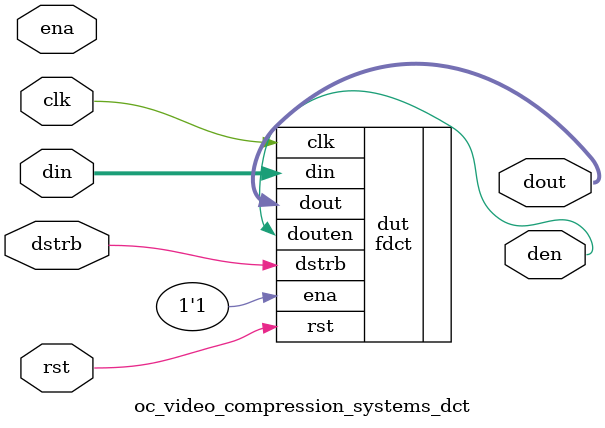
<source format=v>


// synopsys translate_off
`include "timescale.v"
// synopsys translate_on

`include "fdct.v"

module oc_video_compression_systems_dct (clk, ena, rst, dstrb, din, dout, den);

	input clk;
	input ena;
	input rst;

	input dstrb;
	input [7:0] din;
	
	output [11:0] dout;
	output den;

	//
	// DCT unit
	//

	// As little as 11bits coefficients can be used while
	// all errors remain in the decimal bit range (dout[0])
	// total errors =  5(14bit resolution)
	//              = 12(13bit resolution)
	//              = 26(12bit resolution)
	//              = 54(11bit resolution)
	fdct #(13) dut (
		.clk(clk),
		.ena(1'b1),
		.rst(rst),
		.dstrb(dstrb),
		.din(din),
		.dout(dout),
		.douten(den)
	);

endmodule

</source>
